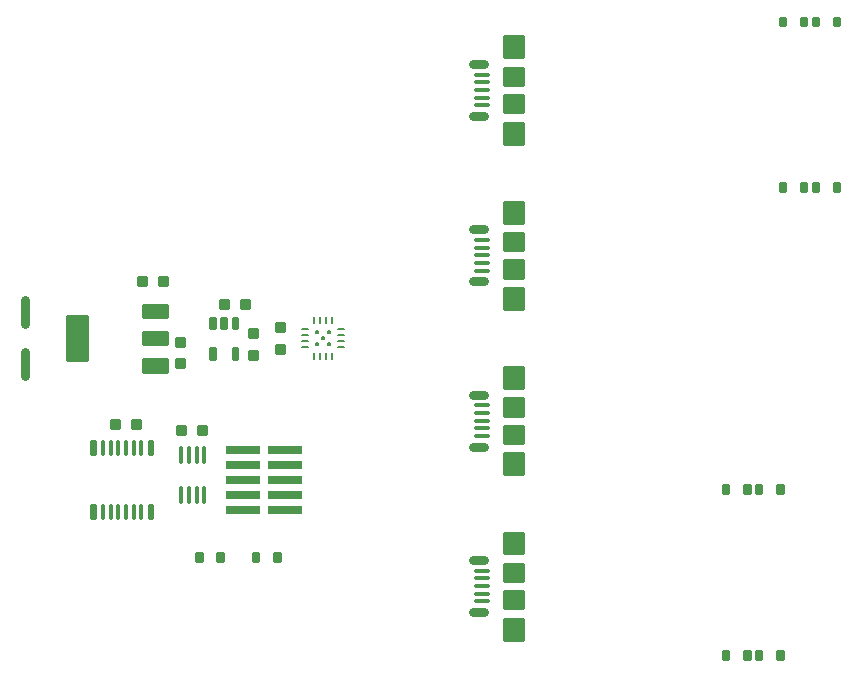
<source format=gtp>
G75*
%MOIN*%
%OFA0B0*%
%FSLAX25Y25*%
%IPPOS*%
%LPD*%
%AMOC8*
5,1,8,0,0,1.08239X$1,22.5*
%
%ADD10C,0.03150*%
%ADD11C,0.01181*%
%ADD12C,0.01575*%
%ADD13R,0.05906X0.06693*%
%ADD14R,0.05906X0.05512*%
%ADD15C,0.00787*%
%ADD16R,0.00787X0.00787*%
%ADD17R,0.06299X0.14173*%
%ADD18R,0.07874X0.03937*%
%ADD19R,0.02362X0.02362*%
%ADD20R,0.01575X0.02362*%
%ADD21R,0.11811X0.02953*%
D10*
X0249209Y0198803D02*
X0249209Y0206677D01*
X0249209Y0216126D02*
X0249209Y0224000D01*
X0398323Y0230299D02*
X0402064Y0230299D01*
X0402064Y0247622D02*
X0398323Y0247622D01*
X0398323Y0285417D02*
X0402064Y0285417D01*
X0402064Y0302740D02*
X0398323Y0302740D01*
X0398323Y0192504D02*
X0402064Y0192504D01*
X0402064Y0175181D02*
X0398323Y0175181D01*
X0398323Y0137386D02*
X0402064Y0137386D01*
X0402064Y0120063D02*
X0398323Y0120063D01*
D11*
X0399406Y0123606D02*
X0403343Y0123606D01*
X0403343Y0126165D02*
X0399406Y0126165D01*
X0399406Y0128724D02*
X0403343Y0128724D01*
X0403343Y0131283D02*
X0399406Y0131283D01*
X0399406Y0133842D02*
X0403343Y0133842D01*
X0403343Y0178724D02*
X0399406Y0178724D01*
X0399406Y0181283D02*
X0403343Y0181283D01*
X0403343Y0183842D02*
X0399406Y0183842D01*
X0399406Y0186401D02*
X0403343Y0186401D01*
X0403343Y0188960D02*
X0399406Y0188960D01*
X0399406Y0233842D02*
X0403343Y0233842D01*
X0403343Y0236401D02*
X0399406Y0236401D01*
X0399406Y0238960D02*
X0403343Y0238960D01*
X0403343Y0241519D02*
X0399406Y0241519D01*
X0399406Y0244078D02*
X0403343Y0244078D01*
X0403343Y0288960D02*
X0399406Y0288960D01*
X0399406Y0291519D02*
X0403343Y0291519D01*
X0403343Y0294078D02*
X0399406Y0294078D01*
X0399406Y0296637D02*
X0403343Y0296637D01*
X0403343Y0299197D02*
X0399406Y0299197D01*
X0291434Y0176756D02*
X0290646Y0176756D01*
X0290646Y0172819D01*
X0291434Y0172819D01*
X0291434Y0176756D01*
X0287890Y0176756D02*
X0287890Y0172819D01*
X0285331Y0172819D02*
X0285331Y0176756D01*
X0282772Y0176756D02*
X0282772Y0172819D01*
X0280213Y0172819D02*
X0280213Y0176756D01*
X0277654Y0176756D02*
X0277654Y0172819D01*
X0275095Y0172819D02*
X0275095Y0176756D01*
X0272339Y0176756D02*
X0271552Y0176756D01*
X0271552Y0172819D01*
X0272339Y0172819D01*
X0272339Y0176756D01*
X0272339Y0155496D02*
X0271552Y0155496D01*
X0271552Y0151559D01*
X0272339Y0151559D01*
X0272339Y0155496D01*
X0275095Y0155496D02*
X0275095Y0151559D01*
X0277654Y0151559D02*
X0277654Y0155496D01*
X0280213Y0155496D02*
X0280213Y0151559D01*
X0282772Y0151559D02*
X0282772Y0155496D01*
X0285331Y0155496D02*
X0285331Y0151559D01*
X0287890Y0151559D02*
X0287890Y0155496D01*
X0290646Y0155496D02*
X0290646Y0151559D01*
X0291434Y0151559D01*
X0291434Y0155496D01*
X0290646Y0155496D01*
X0301276Y0156677D02*
X0301276Y0161401D01*
X0303835Y0161401D02*
X0303835Y0156677D01*
X0306394Y0156677D02*
X0306394Y0161401D01*
X0308953Y0161401D02*
X0308953Y0156677D01*
X0308953Y0170063D02*
X0308953Y0174787D01*
X0306394Y0174787D02*
X0306394Y0170063D01*
X0303835Y0170063D02*
X0303835Y0174787D01*
X0301276Y0174787D02*
X0301276Y0170063D01*
D12*
X0302162Y0179708D02*
X0300194Y0179708D01*
X0300194Y0181677D01*
X0302162Y0181677D01*
X0302162Y0179708D01*
X0307280Y0179708D02*
X0307280Y0181677D01*
X0309249Y0181677D01*
X0309249Y0179708D01*
X0307280Y0179708D01*
X0287201Y0181677D02*
X0285233Y0181677D01*
X0285233Y0183645D01*
X0287201Y0183645D01*
X0287201Y0181677D01*
X0280115Y0181677D02*
X0280115Y0183645D01*
X0278146Y0183645D01*
X0278146Y0181677D01*
X0280115Y0181677D01*
X0288776Y0200574D02*
X0296257Y0200574D01*
X0296257Y0204118D01*
X0288776Y0204118D01*
X0288776Y0200574D01*
X0288776Y0209630D02*
X0296257Y0209630D01*
X0296257Y0213173D01*
X0288776Y0213173D01*
X0288776Y0209630D01*
X0288776Y0218685D02*
X0296257Y0218685D01*
X0296257Y0222228D01*
X0288776Y0222228D01*
X0288776Y0218685D01*
X0289170Y0229315D02*
X0287201Y0229315D01*
X0287201Y0231283D01*
X0289170Y0231283D01*
X0289170Y0229315D01*
X0294288Y0229315D02*
X0294288Y0231283D01*
X0296257Y0231283D01*
X0296257Y0229315D01*
X0294288Y0229315D01*
X0311217Y0217897D02*
X0311217Y0215141D01*
X0312005Y0215141D01*
X0312005Y0217897D01*
X0311217Y0217897D01*
X0314957Y0217897D02*
X0314957Y0215141D01*
X0315745Y0215141D01*
X0315745Y0217897D01*
X0314957Y0217897D01*
X0318698Y0217897D02*
X0318698Y0215141D01*
X0319485Y0215141D01*
X0319485Y0217897D01*
X0318698Y0217897D01*
X0316335Y0221834D02*
X0316335Y0223803D01*
X0314367Y0223803D01*
X0314367Y0221834D01*
X0316335Y0221834D01*
X0321453Y0221834D02*
X0321453Y0223803D01*
X0323422Y0223803D01*
X0323422Y0221834D01*
X0321453Y0221834D01*
X0324209Y0213960D02*
X0326178Y0213960D01*
X0326178Y0211992D01*
X0324209Y0211992D01*
X0324209Y0213960D01*
X0333264Y0213960D02*
X0335233Y0213960D01*
X0335233Y0215929D01*
X0333264Y0215929D01*
X0333264Y0213960D01*
X0333264Y0208842D02*
X0335233Y0208842D01*
X0335233Y0206874D01*
X0333264Y0206874D01*
X0333264Y0208842D01*
X0326178Y0206874D02*
X0326178Y0204905D01*
X0324209Y0204905D01*
X0324209Y0206874D01*
X0326178Y0206874D01*
X0319485Y0207661D02*
X0318698Y0207661D01*
X0318698Y0204905D01*
X0319485Y0204905D01*
X0319485Y0207661D01*
X0312005Y0207661D02*
X0311217Y0207661D01*
X0311217Y0204905D01*
X0312005Y0204905D01*
X0312005Y0207661D01*
X0301768Y0209236D02*
X0299800Y0209236D01*
X0299800Y0211204D01*
X0301768Y0211204D01*
X0301768Y0209236D01*
X0301768Y0204118D02*
X0299800Y0204118D01*
X0299800Y0202149D01*
X0301768Y0202149D01*
X0301768Y0204118D01*
X0269485Y0204511D02*
X0263579Y0204511D01*
X0263579Y0218291D01*
X0269485Y0218291D01*
X0269485Y0204511D01*
X0306493Y0139551D02*
X0307674Y0139551D01*
X0307674Y0137582D01*
X0306493Y0137582D01*
X0306493Y0139551D01*
X0313579Y0139551D02*
X0314760Y0139551D01*
X0314760Y0137582D01*
X0313579Y0137582D01*
X0313579Y0139551D01*
X0325390Y0139551D02*
X0325390Y0137582D01*
X0326572Y0137582D01*
X0326572Y0139551D01*
X0325390Y0139551D01*
X0332477Y0139551D02*
X0332477Y0137582D01*
X0333658Y0137582D01*
X0333658Y0139551D01*
X0332477Y0139551D01*
X0409249Y0139945D02*
X0414760Y0139945D01*
X0414760Y0146244D01*
X0409249Y0146244D01*
X0409249Y0139945D01*
X0409249Y0135811D02*
X0414760Y0135811D01*
X0414760Y0130693D01*
X0409249Y0130693D01*
X0409249Y0135811D01*
X0409249Y0126756D02*
X0414760Y0126756D01*
X0414760Y0121637D01*
X0409249Y0121637D01*
X0409249Y0126756D01*
X0409249Y0117504D02*
X0414760Y0117504D01*
X0414760Y0111204D01*
X0409249Y0111204D01*
X0409249Y0117504D01*
X0409249Y0166323D02*
X0414760Y0166323D01*
X0414760Y0172622D01*
X0409249Y0172622D01*
X0409249Y0166323D01*
X0409249Y0176756D02*
X0414760Y0176756D01*
X0414760Y0181874D01*
X0409249Y0181874D01*
X0409249Y0176756D01*
X0409249Y0185811D02*
X0409249Y0190929D01*
X0414760Y0190929D01*
X0414760Y0185811D01*
X0409249Y0185811D01*
X0409249Y0195063D02*
X0414760Y0195063D01*
X0414760Y0201362D01*
X0409249Y0201362D01*
X0409249Y0195063D01*
X0409249Y0221441D02*
X0414760Y0221441D01*
X0414760Y0227740D01*
X0409249Y0227740D01*
X0409249Y0221441D01*
X0409249Y0231874D02*
X0414760Y0231874D01*
X0414760Y0236992D01*
X0409249Y0236992D01*
X0409249Y0231874D01*
X0409249Y0240929D02*
X0409249Y0246047D01*
X0414760Y0246047D01*
X0414760Y0240929D01*
X0409249Y0240929D01*
X0409249Y0250181D02*
X0414760Y0250181D01*
X0414760Y0256480D01*
X0409249Y0256480D01*
X0409249Y0250181D01*
X0409249Y0276559D02*
X0414760Y0276559D01*
X0414760Y0282858D01*
X0409249Y0282858D01*
X0409249Y0276559D01*
X0409249Y0286992D02*
X0414760Y0286992D01*
X0414760Y0292110D01*
X0409249Y0292110D01*
X0409249Y0286992D01*
X0409249Y0296047D02*
X0409249Y0301165D01*
X0414760Y0301165D01*
X0414760Y0296047D01*
X0409249Y0296047D01*
X0409249Y0305299D02*
X0414760Y0305299D01*
X0414760Y0311598D01*
X0409249Y0311598D01*
X0409249Y0305299D01*
X0500981Y0315929D02*
X0500981Y0317897D01*
X0502162Y0317897D01*
X0502162Y0315929D01*
X0500981Y0315929D01*
X0508068Y0315929D02*
X0508068Y0317897D01*
X0509249Y0317897D01*
X0509249Y0315929D01*
X0508068Y0315929D01*
X0512005Y0315929D02*
X0512005Y0317897D01*
X0513186Y0317897D01*
X0513186Y0315929D01*
X0512005Y0315929D01*
X0519091Y0315929D02*
X0519091Y0317897D01*
X0520272Y0317897D01*
X0520272Y0315929D01*
X0519091Y0315929D01*
X0519091Y0262779D02*
X0519091Y0260811D01*
X0520272Y0260811D01*
X0520272Y0262779D01*
X0519091Y0262779D01*
X0513186Y0262779D02*
X0513186Y0260811D01*
X0512005Y0260811D01*
X0512005Y0262779D01*
X0513186Y0262779D01*
X0509249Y0262779D02*
X0509249Y0260811D01*
X0508068Y0260811D01*
X0508068Y0262779D01*
X0509249Y0262779D01*
X0502162Y0262779D02*
X0502162Y0260811D01*
X0500981Y0260811D01*
X0500981Y0262779D01*
X0502162Y0262779D01*
X0501375Y0161992D02*
X0501375Y0160023D01*
X0500194Y0160023D01*
X0500194Y0161992D01*
X0501375Y0161992D01*
X0494288Y0161992D02*
X0494288Y0160023D01*
X0493107Y0160023D01*
X0493107Y0161992D01*
X0494288Y0161992D01*
X0490351Y0161992D02*
X0490351Y0160023D01*
X0489170Y0160023D01*
X0489170Y0161992D01*
X0490351Y0161992D01*
X0483264Y0161992D02*
X0483264Y0160023D01*
X0482083Y0160023D01*
X0482083Y0161992D01*
X0483264Y0161992D01*
X0483264Y0106874D02*
X0483264Y0104905D01*
X0482083Y0104905D01*
X0482083Y0106874D01*
X0483264Y0106874D01*
X0489170Y0106874D02*
X0489170Y0104905D01*
X0490351Y0104905D01*
X0490351Y0106874D01*
X0489170Y0106874D01*
X0493107Y0106874D02*
X0493107Y0104905D01*
X0494288Y0104905D01*
X0494288Y0106874D01*
X0493107Y0106874D01*
X0500194Y0106874D02*
X0500194Y0104905D01*
X0501375Y0104905D01*
X0501375Y0106874D01*
X0500194Y0106874D01*
D13*
X0412005Y0114354D03*
X0412005Y0143094D03*
X0412005Y0169472D03*
X0412005Y0198212D03*
X0412005Y0224590D03*
X0412005Y0253330D03*
X0412005Y0279708D03*
X0412005Y0308448D03*
D14*
X0412005Y0298606D03*
X0412005Y0289551D03*
X0412005Y0243488D03*
X0412005Y0234433D03*
X0412005Y0188370D03*
X0412005Y0179315D03*
X0412005Y0133252D03*
X0412005Y0124197D03*
D15*
X0351375Y0204511D02*
X0351375Y0206480D01*
X0349406Y0206480D02*
X0349406Y0204511D01*
X0347438Y0204511D02*
X0347438Y0206480D01*
X0345469Y0206480D02*
X0345469Y0204511D01*
X0343501Y0208448D02*
X0341532Y0208448D01*
X0341532Y0210417D02*
X0343501Y0210417D01*
X0343501Y0212386D02*
X0341532Y0212386D01*
X0341532Y0214354D02*
X0343501Y0214354D01*
X0346060Y0213763D02*
X0346060Y0212976D01*
X0346847Y0212976D01*
X0346847Y0213763D01*
X0346060Y0213763D01*
X0345469Y0216323D02*
X0345469Y0218291D01*
X0347438Y0218291D02*
X0347438Y0216323D01*
X0349406Y0216323D02*
X0349406Y0218291D01*
X0351375Y0218291D02*
X0351375Y0216323D01*
X0350784Y0213763D02*
X0350784Y0212976D01*
X0349997Y0212976D01*
X0349997Y0213763D01*
X0350784Y0213763D01*
X0353343Y0214354D02*
X0355312Y0214354D01*
X0355312Y0212386D02*
X0353343Y0212386D01*
X0353343Y0210417D02*
X0355312Y0210417D01*
X0355312Y0208448D02*
X0353343Y0208448D01*
X0350784Y0209039D02*
X0349997Y0209039D01*
X0349997Y0209826D01*
X0350784Y0209826D01*
X0350784Y0209039D01*
X0348816Y0211008D02*
X0348028Y0211008D01*
X0348028Y0211795D01*
X0348816Y0211795D01*
X0348816Y0211008D01*
X0346847Y0209826D02*
X0346847Y0209039D01*
X0346060Y0209039D01*
X0346060Y0209826D01*
X0346847Y0209826D01*
D16*
X0346453Y0209433D03*
X0348422Y0211401D03*
X0350390Y0209433D03*
X0350390Y0213370D03*
X0346453Y0213370D03*
D17*
X0266532Y0211401D03*
D18*
X0292516Y0211401D03*
X0292516Y0202346D03*
X0292516Y0220456D03*
D19*
X0300784Y0210220D03*
X0300784Y0203134D03*
X0325194Y0205889D03*
X0325194Y0212976D03*
X0334249Y0214945D03*
X0334249Y0207858D03*
X0322438Y0222819D03*
X0315351Y0222819D03*
X0295272Y0230299D03*
X0288186Y0230299D03*
X0286217Y0182661D03*
X0279131Y0182661D03*
X0301178Y0180693D03*
X0308264Y0180693D03*
D20*
X0307083Y0138567D03*
X0314170Y0138567D03*
X0325981Y0138567D03*
X0333068Y0138567D03*
X0482674Y0161008D03*
X0489760Y0161008D03*
X0493698Y0161008D03*
X0500784Y0161008D03*
X0500784Y0105889D03*
X0493698Y0105889D03*
X0489760Y0105889D03*
X0482674Y0105889D03*
X0501572Y0261795D03*
X0508658Y0261795D03*
X0512595Y0261795D03*
X0519682Y0261795D03*
X0519682Y0316913D03*
X0512595Y0316913D03*
X0508658Y0316913D03*
X0501572Y0316913D03*
D21*
X0335737Y0174157D03*
X0335737Y0169157D03*
X0335737Y0164157D03*
X0335737Y0159157D03*
X0335737Y0154157D03*
X0321737Y0154157D03*
X0321737Y0159157D03*
X0321737Y0164157D03*
X0321737Y0169157D03*
X0321737Y0174157D03*
M02*

</source>
